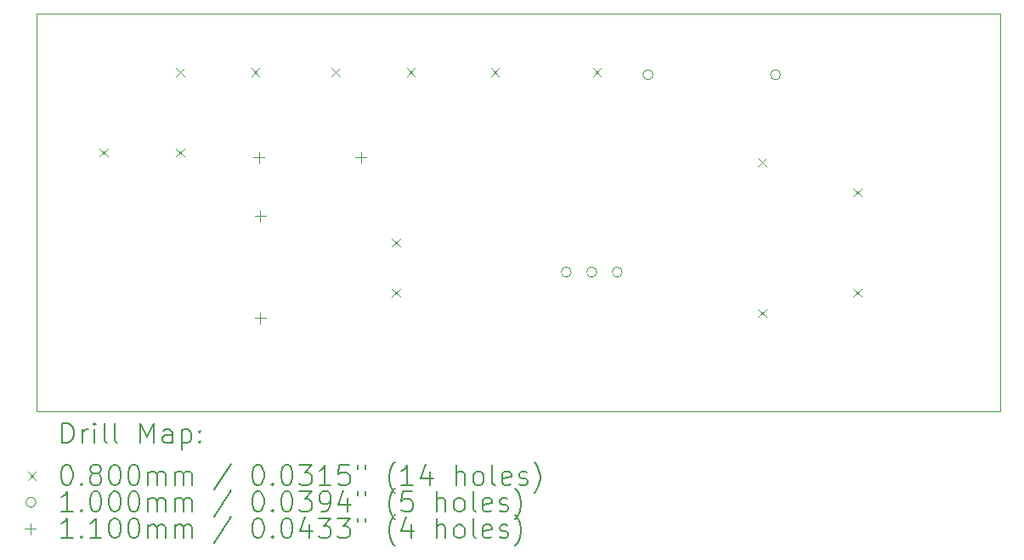
<source format=gbr>
%TF.GenerationSoftware,KiCad,Pcbnew,8.0.3*%
%TF.CreationDate,2024-10-19T22:41:11-05:00*%
%TF.ProjectId,G1 RGB Mod Board,47312052-4742-4204-9d6f-6420426f6172,rev?*%
%TF.SameCoordinates,Original*%
%TF.FileFunction,Drillmap*%
%TF.FilePolarity,Positive*%
%FSLAX45Y45*%
G04 Gerber Fmt 4.5, Leading zero omitted, Abs format (unit mm)*
G04 Created by KiCad (PCBNEW 8.0.3) date 2024-10-19 22:41:11*
%MOMM*%
%LPD*%
G01*
G04 APERTURE LIST*
%ADD10C,0.050000*%
%ADD11C,0.200000*%
%ADD12C,0.100000*%
%ADD13C,0.110000*%
G04 APERTURE END LIST*
D10*
X1371600Y-1394800D02*
X10972800Y-1393600D01*
X10972800Y-5356000D02*
X1371600Y-5356000D01*
X1371600Y-1394800D02*
X1371600Y-5356000D01*
X10972800Y-1393600D02*
X10972800Y-5356000D01*
D11*
D12*
X2002800Y-2736000D02*
X2082800Y-2816000D01*
X2082800Y-2736000D02*
X2002800Y-2816000D01*
X2764800Y-1936000D02*
X2844800Y-2016000D01*
X2844800Y-1936000D02*
X2764800Y-2016000D01*
X2764800Y-2736000D02*
X2844800Y-2816000D01*
X2844800Y-2736000D02*
X2764800Y-2816000D01*
X3514800Y-1936000D02*
X3594800Y-2016000D01*
X3594800Y-1936000D02*
X3514800Y-2016000D01*
X4314800Y-1936000D02*
X4394800Y-2016000D01*
X4394800Y-1936000D02*
X4314800Y-2016000D01*
X4914800Y-3636000D02*
X4994800Y-3716000D01*
X4994800Y-3636000D02*
X4914800Y-3716000D01*
X4914800Y-4136000D02*
X4994800Y-4216000D01*
X4994800Y-4136000D02*
X4914800Y-4216000D01*
X5064800Y-1936000D02*
X5144800Y-2016000D01*
X5144800Y-1936000D02*
X5064800Y-2016000D01*
X5903600Y-1936000D02*
X5983600Y-2016000D01*
X5983600Y-1936000D02*
X5903600Y-2016000D01*
X6919600Y-1936000D02*
X6999600Y-2016000D01*
X6999600Y-1936000D02*
X6919600Y-2016000D01*
X8564800Y-2836000D02*
X8644800Y-2916000D01*
X8644800Y-2836000D02*
X8564800Y-2916000D01*
X8564800Y-4336000D02*
X8644800Y-4416000D01*
X8644800Y-4336000D02*
X8564800Y-4416000D01*
X9514800Y-3136000D02*
X9594800Y-3216000D01*
X9594800Y-3136000D02*
X9514800Y-3216000D01*
X9514800Y-4136000D02*
X9594800Y-4216000D01*
X9594800Y-4136000D02*
X9514800Y-4216000D01*
X6702300Y-3968500D02*
G75*
G02*
X6602300Y-3968500I-50000J0D01*
G01*
X6602300Y-3968500D02*
G75*
G02*
X6702300Y-3968500I50000J0D01*
G01*
X6956300Y-3968500D02*
G75*
G02*
X6856300Y-3968500I-50000J0D01*
G01*
X6856300Y-3968500D02*
G75*
G02*
X6956300Y-3968500I50000J0D01*
G01*
X7210300Y-3968500D02*
G75*
G02*
X7110300Y-3968500I-50000J0D01*
G01*
X7110300Y-3968500D02*
G75*
G02*
X7210300Y-3968500I50000J0D01*
G01*
X7517600Y-2003200D02*
G75*
G02*
X7417600Y-2003200I-50000J0D01*
G01*
X7417600Y-2003200D02*
G75*
G02*
X7517600Y-2003200I50000J0D01*
G01*
X8787600Y-2003200D02*
G75*
G02*
X8687600Y-2003200I-50000J0D01*
G01*
X8687600Y-2003200D02*
G75*
G02*
X8787600Y-2003200I50000J0D01*
G01*
D13*
X3588800Y-2771000D02*
X3588800Y-2881000D01*
X3533800Y-2826000D02*
X3643800Y-2826000D01*
X3604800Y-3355000D02*
X3604800Y-3465000D01*
X3549800Y-3410000D02*
X3659800Y-3410000D01*
X3604800Y-4371000D02*
X3604800Y-4481000D01*
X3549800Y-4426000D02*
X3659800Y-4426000D01*
X4604800Y-2771000D02*
X4604800Y-2881000D01*
X4549800Y-2826000D02*
X4659800Y-2826000D01*
D11*
X1629877Y-5669984D02*
X1629877Y-5469984D01*
X1629877Y-5469984D02*
X1677496Y-5469984D01*
X1677496Y-5469984D02*
X1706067Y-5479508D01*
X1706067Y-5479508D02*
X1725115Y-5498555D01*
X1725115Y-5498555D02*
X1734639Y-5517603D01*
X1734639Y-5517603D02*
X1744162Y-5555698D01*
X1744162Y-5555698D02*
X1744162Y-5584270D01*
X1744162Y-5584270D02*
X1734639Y-5622365D01*
X1734639Y-5622365D02*
X1725115Y-5641412D01*
X1725115Y-5641412D02*
X1706067Y-5660460D01*
X1706067Y-5660460D02*
X1677496Y-5669984D01*
X1677496Y-5669984D02*
X1629877Y-5669984D01*
X1829877Y-5669984D02*
X1829877Y-5536650D01*
X1829877Y-5574746D02*
X1839401Y-5555698D01*
X1839401Y-5555698D02*
X1848924Y-5546174D01*
X1848924Y-5546174D02*
X1867972Y-5536650D01*
X1867972Y-5536650D02*
X1887020Y-5536650D01*
X1953686Y-5669984D02*
X1953686Y-5536650D01*
X1953686Y-5469984D02*
X1944162Y-5479508D01*
X1944162Y-5479508D02*
X1953686Y-5489031D01*
X1953686Y-5489031D02*
X1963210Y-5479508D01*
X1963210Y-5479508D02*
X1953686Y-5469984D01*
X1953686Y-5469984D02*
X1953686Y-5489031D01*
X2077496Y-5669984D02*
X2058448Y-5660460D01*
X2058448Y-5660460D02*
X2048924Y-5641412D01*
X2048924Y-5641412D02*
X2048924Y-5469984D01*
X2182258Y-5669984D02*
X2163210Y-5660460D01*
X2163210Y-5660460D02*
X2153686Y-5641412D01*
X2153686Y-5641412D02*
X2153686Y-5469984D01*
X2410829Y-5669984D02*
X2410829Y-5469984D01*
X2410829Y-5469984D02*
X2477496Y-5612841D01*
X2477496Y-5612841D02*
X2544163Y-5469984D01*
X2544163Y-5469984D02*
X2544163Y-5669984D01*
X2725115Y-5669984D02*
X2725115Y-5565222D01*
X2725115Y-5565222D02*
X2715591Y-5546174D01*
X2715591Y-5546174D02*
X2696544Y-5536650D01*
X2696544Y-5536650D02*
X2658448Y-5536650D01*
X2658448Y-5536650D02*
X2639401Y-5546174D01*
X2725115Y-5660460D02*
X2706067Y-5669984D01*
X2706067Y-5669984D02*
X2658448Y-5669984D01*
X2658448Y-5669984D02*
X2639401Y-5660460D01*
X2639401Y-5660460D02*
X2629877Y-5641412D01*
X2629877Y-5641412D02*
X2629877Y-5622365D01*
X2629877Y-5622365D02*
X2639401Y-5603317D01*
X2639401Y-5603317D02*
X2658448Y-5593793D01*
X2658448Y-5593793D02*
X2706067Y-5593793D01*
X2706067Y-5593793D02*
X2725115Y-5584270D01*
X2820353Y-5536650D02*
X2820353Y-5736650D01*
X2820353Y-5546174D02*
X2839401Y-5536650D01*
X2839401Y-5536650D02*
X2877496Y-5536650D01*
X2877496Y-5536650D02*
X2896543Y-5546174D01*
X2896543Y-5546174D02*
X2906067Y-5555698D01*
X2906067Y-5555698D02*
X2915591Y-5574746D01*
X2915591Y-5574746D02*
X2915591Y-5631888D01*
X2915591Y-5631888D02*
X2906067Y-5650936D01*
X2906067Y-5650936D02*
X2896543Y-5660460D01*
X2896543Y-5660460D02*
X2877496Y-5669984D01*
X2877496Y-5669984D02*
X2839401Y-5669984D01*
X2839401Y-5669984D02*
X2820353Y-5660460D01*
X3001305Y-5650936D02*
X3010829Y-5660460D01*
X3010829Y-5660460D02*
X3001305Y-5669984D01*
X3001305Y-5669984D02*
X2991782Y-5660460D01*
X2991782Y-5660460D02*
X3001305Y-5650936D01*
X3001305Y-5650936D02*
X3001305Y-5669984D01*
X3001305Y-5546174D02*
X3010829Y-5555698D01*
X3010829Y-5555698D02*
X3001305Y-5565222D01*
X3001305Y-5565222D02*
X2991782Y-5555698D01*
X2991782Y-5555698D02*
X3001305Y-5546174D01*
X3001305Y-5546174D02*
X3001305Y-5565222D01*
D12*
X1289100Y-5958500D02*
X1369100Y-6038500D01*
X1369100Y-5958500D02*
X1289100Y-6038500D01*
D11*
X1667972Y-5889984D02*
X1687020Y-5889984D01*
X1687020Y-5889984D02*
X1706067Y-5899508D01*
X1706067Y-5899508D02*
X1715591Y-5909031D01*
X1715591Y-5909031D02*
X1725115Y-5928079D01*
X1725115Y-5928079D02*
X1734639Y-5966174D01*
X1734639Y-5966174D02*
X1734639Y-6013793D01*
X1734639Y-6013793D02*
X1725115Y-6051888D01*
X1725115Y-6051888D02*
X1715591Y-6070936D01*
X1715591Y-6070936D02*
X1706067Y-6080460D01*
X1706067Y-6080460D02*
X1687020Y-6089984D01*
X1687020Y-6089984D02*
X1667972Y-6089984D01*
X1667972Y-6089984D02*
X1648924Y-6080460D01*
X1648924Y-6080460D02*
X1639401Y-6070936D01*
X1639401Y-6070936D02*
X1629877Y-6051888D01*
X1629877Y-6051888D02*
X1620353Y-6013793D01*
X1620353Y-6013793D02*
X1620353Y-5966174D01*
X1620353Y-5966174D02*
X1629877Y-5928079D01*
X1629877Y-5928079D02*
X1639401Y-5909031D01*
X1639401Y-5909031D02*
X1648924Y-5899508D01*
X1648924Y-5899508D02*
X1667972Y-5889984D01*
X1820353Y-6070936D02*
X1829877Y-6080460D01*
X1829877Y-6080460D02*
X1820353Y-6089984D01*
X1820353Y-6089984D02*
X1810829Y-6080460D01*
X1810829Y-6080460D02*
X1820353Y-6070936D01*
X1820353Y-6070936D02*
X1820353Y-6089984D01*
X1944162Y-5975698D02*
X1925115Y-5966174D01*
X1925115Y-5966174D02*
X1915591Y-5956650D01*
X1915591Y-5956650D02*
X1906067Y-5937603D01*
X1906067Y-5937603D02*
X1906067Y-5928079D01*
X1906067Y-5928079D02*
X1915591Y-5909031D01*
X1915591Y-5909031D02*
X1925115Y-5899508D01*
X1925115Y-5899508D02*
X1944162Y-5889984D01*
X1944162Y-5889984D02*
X1982258Y-5889984D01*
X1982258Y-5889984D02*
X2001305Y-5899508D01*
X2001305Y-5899508D02*
X2010829Y-5909031D01*
X2010829Y-5909031D02*
X2020353Y-5928079D01*
X2020353Y-5928079D02*
X2020353Y-5937603D01*
X2020353Y-5937603D02*
X2010829Y-5956650D01*
X2010829Y-5956650D02*
X2001305Y-5966174D01*
X2001305Y-5966174D02*
X1982258Y-5975698D01*
X1982258Y-5975698D02*
X1944162Y-5975698D01*
X1944162Y-5975698D02*
X1925115Y-5985222D01*
X1925115Y-5985222D02*
X1915591Y-5994746D01*
X1915591Y-5994746D02*
X1906067Y-6013793D01*
X1906067Y-6013793D02*
X1906067Y-6051888D01*
X1906067Y-6051888D02*
X1915591Y-6070936D01*
X1915591Y-6070936D02*
X1925115Y-6080460D01*
X1925115Y-6080460D02*
X1944162Y-6089984D01*
X1944162Y-6089984D02*
X1982258Y-6089984D01*
X1982258Y-6089984D02*
X2001305Y-6080460D01*
X2001305Y-6080460D02*
X2010829Y-6070936D01*
X2010829Y-6070936D02*
X2020353Y-6051888D01*
X2020353Y-6051888D02*
X2020353Y-6013793D01*
X2020353Y-6013793D02*
X2010829Y-5994746D01*
X2010829Y-5994746D02*
X2001305Y-5985222D01*
X2001305Y-5985222D02*
X1982258Y-5975698D01*
X2144163Y-5889984D02*
X2163210Y-5889984D01*
X2163210Y-5889984D02*
X2182258Y-5899508D01*
X2182258Y-5899508D02*
X2191782Y-5909031D01*
X2191782Y-5909031D02*
X2201305Y-5928079D01*
X2201305Y-5928079D02*
X2210829Y-5966174D01*
X2210829Y-5966174D02*
X2210829Y-6013793D01*
X2210829Y-6013793D02*
X2201305Y-6051888D01*
X2201305Y-6051888D02*
X2191782Y-6070936D01*
X2191782Y-6070936D02*
X2182258Y-6080460D01*
X2182258Y-6080460D02*
X2163210Y-6089984D01*
X2163210Y-6089984D02*
X2144163Y-6089984D01*
X2144163Y-6089984D02*
X2125115Y-6080460D01*
X2125115Y-6080460D02*
X2115591Y-6070936D01*
X2115591Y-6070936D02*
X2106067Y-6051888D01*
X2106067Y-6051888D02*
X2096543Y-6013793D01*
X2096543Y-6013793D02*
X2096543Y-5966174D01*
X2096543Y-5966174D02*
X2106067Y-5928079D01*
X2106067Y-5928079D02*
X2115591Y-5909031D01*
X2115591Y-5909031D02*
X2125115Y-5899508D01*
X2125115Y-5899508D02*
X2144163Y-5889984D01*
X2334639Y-5889984D02*
X2353686Y-5889984D01*
X2353686Y-5889984D02*
X2372734Y-5899508D01*
X2372734Y-5899508D02*
X2382258Y-5909031D01*
X2382258Y-5909031D02*
X2391782Y-5928079D01*
X2391782Y-5928079D02*
X2401305Y-5966174D01*
X2401305Y-5966174D02*
X2401305Y-6013793D01*
X2401305Y-6013793D02*
X2391782Y-6051888D01*
X2391782Y-6051888D02*
X2382258Y-6070936D01*
X2382258Y-6070936D02*
X2372734Y-6080460D01*
X2372734Y-6080460D02*
X2353686Y-6089984D01*
X2353686Y-6089984D02*
X2334639Y-6089984D01*
X2334639Y-6089984D02*
X2315591Y-6080460D01*
X2315591Y-6080460D02*
X2306067Y-6070936D01*
X2306067Y-6070936D02*
X2296544Y-6051888D01*
X2296544Y-6051888D02*
X2287020Y-6013793D01*
X2287020Y-6013793D02*
X2287020Y-5966174D01*
X2287020Y-5966174D02*
X2296544Y-5928079D01*
X2296544Y-5928079D02*
X2306067Y-5909031D01*
X2306067Y-5909031D02*
X2315591Y-5899508D01*
X2315591Y-5899508D02*
X2334639Y-5889984D01*
X2487020Y-6089984D02*
X2487020Y-5956650D01*
X2487020Y-5975698D02*
X2496544Y-5966174D01*
X2496544Y-5966174D02*
X2515591Y-5956650D01*
X2515591Y-5956650D02*
X2544163Y-5956650D01*
X2544163Y-5956650D02*
X2563210Y-5966174D01*
X2563210Y-5966174D02*
X2572734Y-5985222D01*
X2572734Y-5985222D02*
X2572734Y-6089984D01*
X2572734Y-5985222D02*
X2582258Y-5966174D01*
X2582258Y-5966174D02*
X2601305Y-5956650D01*
X2601305Y-5956650D02*
X2629877Y-5956650D01*
X2629877Y-5956650D02*
X2648925Y-5966174D01*
X2648925Y-5966174D02*
X2658448Y-5985222D01*
X2658448Y-5985222D02*
X2658448Y-6089984D01*
X2753686Y-6089984D02*
X2753686Y-5956650D01*
X2753686Y-5975698D02*
X2763210Y-5966174D01*
X2763210Y-5966174D02*
X2782258Y-5956650D01*
X2782258Y-5956650D02*
X2810829Y-5956650D01*
X2810829Y-5956650D02*
X2829877Y-5966174D01*
X2829877Y-5966174D02*
X2839401Y-5985222D01*
X2839401Y-5985222D02*
X2839401Y-6089984D01*
X2839401Y-5985222D02*
X2848924Y-5966174D01*
X2848924Y-5966174D02*
X2867972Y-5956650D01*
X2867972Y-5956650D02*
X2896543Y-5956650D01*
X2896543Y-5956650D02*
X2915591Y-5966174D01*
X2915591Y-5966174D02*
X2925115Y-5985222D01*
X2925115Y-5985222D02*
X2925115Y-6089984D01*
X3315591Y-5880460D02*
X3144163Y-6137603D01*
X3572734Y-5889984D02*
X3591782Y-5889984D01*
X3591782Y-5889984D02*
X3610829Y-5899508D01*
X3610829Y-5899508D02*
X3620353Y-5909031D01*
X3620353Y-5909031D02*
X3629877Y-5928079D01*
X3629877Y-5928079D02*
X3639401Y-5966174D01*
X3639401Y-5966174D02*
X3639401Y-6013793D01*
X3639401Y-6013793D02*
X3629877Y-6051888D01*
X3629877Y-6051888D02*
X3620353Y-6070936D01*
X3620353Y-6070936D02*
X3610829Y-6080460D01*
X3610829Y-6080460D02*
X3591782Y-6089984D01*
X3591782Y-6089984D02*
X3572734Y-6089984D01*
X3572734Y-6089984D02*
X3553686Y-6080460D01*
X3553686Y-6080460D02*
X3544163Y-6070936D01*
X3544163Y-6070936D02*
X3534639Y-6051888D01*
X3534639Y-6051888D02*
X3525115Y-6013793D01*
X3525115Y-6013793D02*
X3525115Y-5966174D01*
X3525115Y-5966174D02*
X3534639Y-5928079D01*
X3534639Y-5928079D02*
X3544163Y-5909031D01*
X3544163Y-5909031D02*
X3553686Y-5899508D01*
X3553686Y-5899508D02*
X3572734Y-5889984D01*
X3725115Y-6070936D02*
X3734639Y-6080460D01*
X3734639Y-6080460D02*
X3725115Y-6089984D01*
X3725115Y-6089984D02*
X3715591Y-6080460D01*
X3715591Y-6080460D02*
X3725115Y-6070936D01*
X3725115Y-6070936D02*
X3725115Y-6089984D01*
X3858448Y-5889984D02*
X3877496Y-5889984D01*
X3877496Y-5889984D02*
X3896544Y-5899508D01*
X3896544Y-5899508D02*
X3906067Y-5909031D01*
X3906067Y-5909031D02*
X3915591Y-5928079D01*
X3915591Y-5928079D02*
X3925115Y-5966174D01*
X3925115Y-5966174D02*
X3925115Y-6013793D01*
X3925115Y-6013793D02*
X3915591Y-6051888D01*
X3915591Y-6051888D02*
X3906067Y-6070936D01*
X3906067Y-6070936D02*
X3896544Y-6080460D01*
X3896544Y-6080460D02*
X3877496Y-6089984D01*
X3877496Y-6089984D02*
X3858448Y-6089984D01*
X3858448Y-6089984D02*
X3839401Y-6080460D01*
X3839401Y-6080460D02*
X3829877Y-6070936D01*
X3829877Y-6070936D02*
X3820353Y-6051888D01*
X3820353Y-6051888D02*
X3810829Y-6013793D01*
X3810829Y-6013793D02*
X3810829Y-5966174D01*
X3810829Y-5966174D02*
X3820353Y-5928079D01*
X3820353Y-5928079D02*
X3829877Y-5909031D01*
X3829877Y-5909031D02*
X3839401Y-5899508D01*
X3839401Y-5899508D02*
X3858448Y-5889984D01*
X3991782Y-5889984D02*
X4115591Y-5889984D01*
X4115591Y-5889984D02*
X4048925Y-5966174D01*
X4048925Y-5966174D02*
X4077496Y-5966174D01*
X4077496Y-5966174D02*
X4096544Y-5975698D01*
X4096544Y-5975698D02*
X4106067Y-5985222D01*
X4106067Y-5985222D02*
X4115591Y-6004269D01*
X4115591Y-6004269D02*
X4115591Y-6051888D01*
X4115591Y-6051888D02*
X4106067Y-6070936D01*
X4106067Y-6070936D02*
X4096544Y-6080460D01*
X4096544Y-6080460D02*
X4077496Y-6089984D01*
X4077496Y-6089984D02*
X4020353Y-6089984D01*
X4020353Y-6089984D02*
X4001306Y-6080460D01*
X4001306Y-6080460D02*
X3991782Y-6070936D01*
X4306068Y-6089984D02*
X4191782Y-6089984D01*
X4248925Y-6089984D02*
X4248925Y-5889984D01*
X4248925Y-5889984D02*
X4229877Y-5918555D01*
X4229877Y-5918555D02*
X4210829Y-5937603D01*
X4210829Y-5937603D02*
X4191782Y-5947127D01*
X4487020Y-5889984D02*
X4391782Y-5889984D01*
X4391782Y-5889984D02*
X4382258Y-5985222D01*
X4382258Y-5985222D02*
X4391782Y-5975698D01*
X4391782Y-5975698D02*
X4410829Y-5966174D01*
X4410829Y-5966174D02*
X4458449Y-5966174D01*
X4458449Y-5966174D02*
X4477496Y-5975698D01*
X4477496Y-5975698D02*
X4487020Y-5985222D01*
X4487020Y-5985222D02*
X4496544Y-6004269D01*
X4496544Y-6004269D02*
X4496544Y-6051888D01*
X4496544Y-6051888D02*
X4487020Y-6070936D01*
X4487020Y-6070936D02*
X4477496Y-6080460D01*
X4477496Y-6080460D02*
X4458449Y-6089984D01*
X4458449Y-6089984D02*
X4410829Y-6089984D01*
X4410829Y-6089984D02*
X4391782Y-6080460D01*
X4391782Y-6080460D02*
X4382258Y-6070936D01*
X4572734Y-5889984D02*
X4572734Y-5928079D01*
X4648925Y-5889984D02*
X4648925Y-5928079D01*
X4944163Y-6166174D02*
X4934639Y-6156650D01*
X4934639Y-6156650D02*
X4915591Y-6128079D01*
X4915591Y-6128079D02*
X4906068Y-6109031D01*
X4906068Y-6109031D02*
X4896544Y-6080460D01*
X4896544Y-6080460D02*
X4887020Y-6032841D01*
X4887020Y-6032841D02*
X4887020Y-5994746D01*
X4887020Y-5994746D02*
X4896544Y-5947127D01*
X4896544Y-5947127D02*
X4906068Y-5918555D01*
X4906068Y-5918555D02*
X4915591Y-5899508D01*
X4915591Y-5899508D02*
X4934639Y-5870936D01*
X4934639Y-5870936D02*
X4944163Y-5861412D01*
X5125115Y-6089984D02*
X5010830Y-6089984D01*
X5067972Y-6089984D02*
X5067972Y-5889984D01*
X5067972Y-5889984D02*
X5048925Y-5918555D01*
X5048925Y-5918555D02*
X5029877Y-5937603D01*
X5029877Y-5937603D02*
X5010830Y-5947127D01*
X5296544Y-5956650D02*
X5296544Y-6089984D01*
X5248925Y-5880460D02*
X5201306Y-6023317D01*
X5201306Y-6023317D02*
X5325115Y-6023317D01*
X5553687Y-6089984D02*
X5553687Y-5889984D01*
X5639401Y-6089984D02*
X5639401Y-5985222D01*
X5639401Y-5985222D02*
X5629877Y-5966174D01*
X5629877Y-5966174D02*
X5610830Y-5956650D01*
X5610830Y-5956650D02*
X5582258Y-5956650D01*
X5582258Y-5956650D02*
X5563211Y-5966174D01*
X5563211Y-5966174D02*
X5553687Y-5975698D01*
X5763210Y-6089984D02*
X5744163Y-6080460D01*
X5744163Y-6080460D02*
X5734639Y-6070936D01*
X5734639Y-6070936D02*
X5725115Y-6051888D01*
X5725115Y-6051888D02*
X5725115Y-5994746D01*
X5725115Y-5994746D02*
X5734639Y-5975698D01*
X5734639Y-5975698D02*
X5744163Y-5966174D01*
X5744163Y-5966174D02*
X5763210Y-5956650D01*
X5763210Y-5956650D02*
X5791782Y-5956650D01*
X5791782Y-5956650D02*
X5810830Y-5966174D01*
X5810830Y-5966174D02*
X5820353Y-5975698D01*
X5820353Y-5975698D02*
X5829877Y-5994746D01*
X5829877Y-5994746D02*
X5829877Y-6051888D01*
X5829877Y-6051888D02*
X5820353Y-6070936D01*
X5820353Y-6070936D02*
X5810830Y-6080460D01*
X5810830Y-6080460D02*
X5791782Y-6089984D01*
X5791782Y-6089984D02*
X5763210Y-6089984D01*
X5944163Y-6089984D02*
X5925115Y-6080460D01*
X5925115Y-6080460D02*
X5915591Y-6061412D01*
X5915591Y-6061412D02*
X5915591Y-5889984D01*
X6096544Y-6080460D02*
X6077496Y-6089984D01*
X6077496Y-6089984D02*
X6039401Y-6089984D01*
X6039401Y-6089984D02*
X6020353Y-6080460D01*
X6020353Y-6080460D02*
X6010830Y-6061412D01*
X6010830Y-6061412D02*
X6010830Y-5985222D01*
X6010830Y-5985222D02*
X6020353Y-5966174D01*
X6020353Y-5966174D02*
X6039401Y-5956650D01*
X6039401Y-5956650D02*
X6077496Y-5956650D01*
X6077496Y-5956650D02*
X6096544Y-5966174D01*
X6096544Y-5966174D02*
X6106068Y-5985222D01*
X6106068Y-5985222D02*
X6106068Y-6004269D01*
X6106068Y-6004269D02*
X6010830Y-6023317D01*
X6182258Y-6080460D02*
X6201306Y-6089984D01*
X6201306Y-6089984D02*
X6239401Y-6089984D01*
X6239401Y-6089984D02*
X6258449Y-6080460D01*
X6258449Y-6080460D02*
X6267972Y-6061412D01*
X6267972Y-6061412D02*
X6267972Y-6051888D01*
X6267972Y-6051888D02*
X6258449Y-6032841D01*
X6258449Y-6032841D02*
X6239401Y-6023317D01*
X6239401Y-6023317D02*
X6210830Y-6023317D01*
X6210830Y-6023317D02*
X6191782Y-6013793D01*
X6191782Y-6013793D02*
X6182258Y-5994746D01*
X6182258Y-5994746D02*
X6182258Y-5985222D01*
X6182258Y-5985222D02*
X6191782Y-5966174D01*
X6191782Y-5966174D02*
X6210830Y-5956650D01*
X6210830Y-5956650D02*
X6239401Y-5956650D01*
X6239401Y-5956650D02*
X6258449Y-5966174D01*
X6334639Y-6166174D02*
X6344163Y-6156650D01*
X6344163Y-6156650D02*
X6363211Y-6128079D01*
X6363211Y-6128079D02*
X6372734Y-6109031D01*
X6372734Y-6109031D02*
X6382258Y-6080460D01*
X6382258Y-6080460D02*
X6391782Y-6032841D01*
X6391782Y-6032841D02*
X6391782Y-5994746D01*
X6391782Y-5994746D02*
X6382258Y-5947127D01*
X6382258Y-5947127D02*
X6372734Y-5918555D01*
X6372734Y-5918555D02*
X6363211Y-5899508D01*
X6363211Y-5899508D02*
X6344163Y-5870936D01*
X6344163Y-5870936D02*
X6334639Y-5861412D01*
D12*
X1369100Y-6262500D02*
G75*
G02*
X1269100Y-6262500I-50000J0D01*
G01*
X1269100Y-6262500D02*
G75*
G02*
X1369100Y-6262500I50000J0D01*
G01*
D11*
X1734639Y-6353984D02*
X1620353Y-6353984D01*
X1677496Y-6353984D02*
X1677496Y-6153984D01*
X1677496Y-6153984D02*
X1658448Y-6182555D01*
X1658448Y-6182555D02*
X1639401Y-6201603D01*
X1639401Y-6201603D02*
X1620353Y-6211127D01*
X1820353Y-6334936D02*
X1829877Y-6344460D01*
X1829877Y-6344460D02*
X1820353Y-6353984D01*
X1820353Y-6353984D02*
X1810829Y-6344460D01*
X1810829Y-6344460D02*
X1820353Y-6334936D01*
X1820353Y-6334936D02*
X1820353Y-6353984D01*
X1953686Y-6153984D02*
X1972734Y-6153984D01*
X1972734Y-6153984D02*
X1991782Y-6163508D01*
X1991782Y-6163508D02*
X2001305Y-6173031D01*
X2001305Y-6173031D02*
X2010829Y-6192079D01*
X2010829Y-6192079D02*
X2020353Y-6230174D01*
X2020353Y-6230174D02*
X2020353Y-6277793D01*
X2020353Y-6277793D02*
X2010829Y-6315888D01*
X2010829Y-6315888D02*
X2001305Y-6334936D01*
X2001305Y-6334936D02*
X1991782Y-6344460D01*
X1991782Y-6344460D02*
X1972734Y-6353984D01*
X1972734Y-6353984D02*
X1953686Y-6353984D01*
X1953686Y-6353984D02*
X1934639Y-6344460D01*
X1934639Y-6344460D02*
X1925115Y-6334936D01*
X1925115Y-6334936D02*
X1915591Y-6315888D01*
X1915591Y-6315888D02*
X1906067Y-6277793D01*
X1906067Y-6277793D02*
X1906067Y-6230174D01*
X1906067Y-6230174D02*
X1915591Y-6192079D01*
X1915591Y-6192079D02*
X1925115Y-6173031D01*
X1925115Y-6173031D02*
X1934639Y-6163508D01*
X1934639Y-6163508D02*
X1953686Y-6153984D01*
X2144163Y-6153984D02*
X2163210Y-6153984D01*
X2163210Y-6153984D02*
X2182258Y-6163508D01*
X2182258Y-6163508D02*
X2191782Y-6173031D01*
X2191782Y-6173031D02*
X2201305Y-6192079D01*
X2201305Y-6192079D02*
X2210829Y-6230174D01*
X2210829Y-6230174D02*
X2210829Y-6277793D01*
X2210829Y-6277793D02*
X2201305Y-6315888D01*
X2201305Y-6315888D02*
X2191782Y-6334936D01*
X2191782Y-6334936D02*
X2182258Y-6344460D01*
X2182258Y-6344460D02*
X2163210Y-6353984D01*
X2163210Y-6353984D02*
X2144163Y-6353984D01*
X2144163Y-6353984D02*
X2125115Y-6344460D01*
X2125115Y-6344460D02*
X2115591Y-6334936D01*
X2115591Y-6334936D02*
X2106067Y-6315888D01*
X2106067Y-6315888D02*
X2096543Y-6277793D01*
X2096543Y-6277793D02*
X2096543Y-6230174D01*
X2096543Y-6230174D02*
X2106067Y-6192079D01*
X2106067Y-6192079D02*
X2115591Y-6173031D01*
X2115591Y-6173031D02*
X2125115Y-6163508D01*
X2125115Y-6163508D02*
X2144163Y-6153984D01*
X2334639Y-6153984D02*
X2353686Y-6153984D01*
X2353686Y-6153984D02*
X2372734Y-6163508D01*
X2372734Y-6163508D02*
X2382258Y-6173031D01*
X2382258Y-6173031D02*
X2391782Y-6192079D01*
X2391782Y-6192079D02*
X2401305Y-6230174D01*
X2401305Y-6230174D02*
X2401305Y-6277793D01*
X2401305Y-6277793D02*
X2391782Y-6315888D01*
X2391782Y-6315888D02*
X2382258Y-6334936D01*
X2382258Y-6334936D02*
X2372734Y-6344460D01*
X2372734Y-6344460D02*
X2353686Y-6353984D01*
X2353686Y-6353984D02*
X2334639Y-6353984D01*
X2334639Y-6353984D02*
X2315591Y-6344460D01*
X2315591Y-6344460D02*
X2306067Y-6334936D01*
X2306067Y-6334936D02*
X2296544Y-6315888D01*
X2296544Y-6315888D02*
X2287020Y-6277793D01*
X2287020Y-6277793D02*
X2287020Y-6230174D01*
X2287020Y-6230174D02*
X2296544Y-6192079D01*
X2296544Y-6192079D02*
X2306067Y-6173031D01*
X2306067Y-6173031D02*
X2315591Y-6163508D01*
X2315591Y-6163508D02*
X2334639Y-6153984D01*
X2487020Y-6353984D02*
X2487020Y-6220650D01*
X2487020Y-6239698D02*
X2496544Y-6230174D01*
X2496544Y-6230174D02*
X2515591Y-6220650D01*
X2515591Y-6220650D02*
X2544163Y-6220650D01*
X2544163Y-6220650D02*
X2563210Y-6230174D01*
X2563210Y-6230174D02*
X2572734Y-6249222D01*
X2572734Y-6249222D02*
X2572734Y-6353984D01*
X2572734Y-6249222D02*
X2582258Y-6230174D01*
X2582258Y-6230174D02*
X2601305Y-6220650D01*
X2601305Y-6220650D02*
X2629877Y-6220650D01*
X2629877Y-6220650D02*
X2648925Y-6230174D01*
X2648925Y-6230174D02*
X2658448Y-6249222D01*
X2658448Y-6249222D02*
X2658448Y-6353984D01*
X2753686Y-6353984D02*
X2753686Y-6220650D01*
X2753686Y-6239698D02*
X2763210Y-6230174D01*
X2763210Y-6230174D02*
X2782258Y-6220650D01*
X2782258Y-6220650D02*
X2810829Y-6220650D01*
X2810829Y-6220650D02*
X2829877Y-6230174D01*
X2829877Y-6230174D02*
X2839401Y-6249222D01*
X2839401Y-6249222D02*
X2839401Y-6353984D01*
X2839401Y-6249222D02*
X2848924Y-6230174D01*
X2848924Y-6230174D02*
X2867972Y-6220650D01*
X2867972Y-6220650D02*
X2896543Y-6220650D01*
X2896543Y-6220650D02*
X2915591Y-6230174D01*
X2915591Y-6230174D02*
X2925115Y-6249222D01*
X2925115Y-6249222D02*
X2925115Y-6353984D01*
X3315591Y-6144460D02*
X3144163Y-6401603D01*
X3572734Y-6153984D02*
X3591782Y-6153984D01*
X3591782Y-6153984D02*
X3610829Y-6163508D01*
X3610829Y-6163508D02*
X3620353Y-6173031D01*
X3620353Y-6173031D02*
X3629877Y-6192079D01*
X3629877Y-6192079D02*
X3639401Y-6230174D01*
X3639401Y-6230174D02*
X3639401Y-6277793D01*
X3639401Y-6277793D02*
X3629877Y-6315888D01*
X3629877Y-6315888D02*
X3620353Y-6334936D01*
X3620353Y-6334936D02*
X3610829Y-6344460D01*
X3610829Y-6344460D02*
X3591782Y-6353984D01*
X3591782Y-6353984D02*
X3572734Y-6353984D01*
X3572734Y-6353984D02*
X3553686Y-6344460D01*
X3553686Y-6344460D02*
X3544163Y-6334936D01*
X3544163Y-6334936D02*
X3534639Y-6315888D01*
X3534639Y-6315888D02*
X3525115Y-6277793D01*
X3525115Y-6277793D02*
X3525115Y-6230174D01*
X3525115Y-6230174D02*
X3534639Y-6192079D01*
X3534639Y-6192079D02*
X3544163Y-6173031D01*
X3544163Y-6173031D02*
X3553686Y-6163508D01*
X3553686Y-6163508D02*
X3572734Y-6153984D01*
X3725115Y-6334936D02*
X3734639Y-6344460D01*
X3734639Y-6344460D02*
X3725115Y-6353984D01*
X3725115Y-6353984D02*
X3715591Y-6344460D01*
X3715591Y-6344460D02*
X3725115Y-6334936D01*
X3725115Y-6334936D02*
X3725115Y-6353984D01*
X3858448Y-6153984D02*
X3877496Y-6153984D01*
X3877496Y-6153984D02*
X3896544Y-6163508D01*
X3896544Y-6163508D02*
X3906067Y-6173031D01*
X3906067Y-6173031D02*
X3915591Y-6192079D01*
X3915591Y-6192079D02*
X3925115Y-6230174D01*
X3925115Y-6230174D02*
X3925115Y-6277793D01*
X3925115Y-6277793D02*
X3915591Y-6315888D01*
X3915591Y-6315888D02*
X3906067Y-6334936D01*
X3906067Y-6334936D02*
X3896544Y-6344460D01*
X3896544Y-6344460D02*
X3877496Y-6353984D01*
X3877496Y-6353984D02*
X3858448Y-6353984D01*
X3858448Y-6353984D02*
X3839401Y-6344460D01*
X3839401Y-6344460D02*
X3829877Y-6334936D01*
X3829877Y-6334936D02*
X3820353Y-6315888D01*
X3820353Y-6315888D02*
X3810829Y-6277793D01*
X3810829Y-6277793D02*
X3810829Y-6230174D01*
X3810829Y-6230174D02*
X3820353Y-6192079D01*
X3820353Y-6192079D02*
X3829877Y-6173031D01*
X3829877Y-6173031D02*
X3839401Y-6163508D01*
X3839401Y-6163508D02*
X3858448Y-6153984D01*
X3991782Y-6153984D02*
X4115591Y-6153984D01*
X4115591Y-6153984D02*
X4048925Y-6230174D01*
X4048925Y-6230174D02*
X4077496Y-6230174D01*
X4077496Y-6230174D02*
X4096544Y-6239698D01*
X4096544Y-6239698D02*
X4106067Y-6249222D01*
X4106067Y-6249222D02*
X4115591Y-6268269D01*
X4115591Y-6268269D02*
X4115591Y-6315888D01*
X4115591Y-6315888D02*
X4106067Y-6334936D01*
X4106067Y-6334936D02*
X4096544Y-6344460D01*
X4096544Y-6344460D02*
X4077496Y-6353984D01*
X4077496Y-6353984D02*
X4020353Y-6353984D01*
X4020353Y-6353984D02*
X4001306Y-6344460D01*
X4001306Y-6344460D02*
X3991782Y-6334936D01*
X4210829Y-6353984D02*
X4248925Y-6353984D01*
X4248925Y-6353984D02*
X4267972Y-6344460D01*
X4267972Y-6344460D02*
X4277496Y-6334936D01*
X4277496Y-6334936D02*
X4296544Y-6306365D01*
X4296544Y-6306365D02*
X4306068Y-6268269D01*
X4306068Y-6268269D02*
X4306068Y-6192079D01*
X4306068Y-6192079D02*
X4296544Y-6173031D01*
X4296544Y-6173031D02*
X4287020Y-6163508D01*
X4287020Y-6163508D02*
X4267972Y-6153984D01*
X4267972Y-6153984D02*
X4229877Y-6153984D01*
X4229877Y-6153984D02*
X4210829Y-6163508D01*
X4210829Y-6163508D02*
X4201306Y-6173031D01*
X4201306Y-6173031D02*
X4191782Y-6192079D01*
X4191782Y-6192079D02*
X4191782Y-6239698D01*
X4191782Y-6239698D02*
X4201306Y-6258746D01*
X4201306Y-6258746D02*
X4210829Y-6268269D01*
X4210829Y-6268269D02*
X4229877Y-6277793D01*
X4229877Y-6277793D02*
X4267972Y-6277793D01*
X4267972Y-6277793D02*
X4287020Y-6268269D01*
X4287020Y-6268269D02*
X4296544Y-6258746D01*
X4296544Y-6258746D02*
X4306068Y-6239698D01*
X4477496Y-6220650D02*
X4477496Y-6353984D01*
X4429877Y-6144460D02*
X4382258Y-6287317D01*
X4382258Y-6287317D02*
X4506068Y-6287317D01*
X4572734Y-6153984D02*
X4572734Y-6192079D01*
X4648925Y-6153984D02*
X4648925Y-6192079D01*
X4944163Y-6430174D02*
X4934639Y-6420650D01*
X4934639Y-6420650D02*
X4915591Y-6392079D01*
X4915591Y-6392079D02*
X4906068Y-6373031D01*
X4906068Y-6373031D02*
X4896544Y-6344460D01*
X4896544Y-6344460D02*
X4887020Y-6296841D01*
X4887020Y-6296841D02*
X4887020Y-6258746D01*
X4887020Y-6258746D02*
X4896544Y-6211127D01*
X4896544Y-6211127D02*
X4906068Y-6182555D01*
X4906068Y-6182555D02*
X4915591Y-6163508D01*
X4915591Y-6163508D02*
X4934639Y-6134936D01*
X4934639Y-6134936D02*
X4944163Y-6125412D01*
X5115591Y-6153984D02*
X5020353Y-6153984D01*
X5020353Y-6153984D02*
X5010830Y-6249222D01*
X5010830Y-6249222D02*
X5020353Y-6239698D01*
X5020353Y-6239698D02*
X5039401Y-6230174D01*
X5039401Y-6230174D02*
X5087020Y-6230174D01*
X5087020Y-6230174D02*
X5106068Y-6239698D01*
X5106068Y-6239698D02*
X5115591Y-6249222D01*
X5115591Y-6249222D02*
X5125115Y-6268269D01*
X5125115Y-6268269D02*
X5125115Y-6315888D01*
X5125115Y-6315888D02*
X5115591Y-6334936D01*
X5115591Y-6334936D02*
X5106068Y-6344460D01*
X5106068Y-6344460D02*
X5087020Y-6353984D01*
X5087020Y-6353984D02*
X5039401Y-6353984D01*
X5039401Y-6353984D02*
X5020353Y-6344460D01*
X5020353Y-6344460D02*
X5010830Y-6334936D01*
X5363211Y-6353984D02*
X5363211Y-6153984D01*
X5448925Y-6353984D02*
X5448925Y-6249222D01*
X5448925Y-6249222D02*
X5439401Y-6230174D01*
X5439401Y-6230174D02*
X5420353Y-6220650D01*
X5420353Y-6220650D02*
X5391782Y-6220650D01*
X5391782Y-6220650D02*
X5372734Y-6230174D01*
X5372734Y-6230174D02*
X5363211Y-6239698D01*
X5572734Y-6353984D02*
X5553687Y-6344460D01*
X5553687Y-6344460D02*
X5544163Y-6334936D01*
X5544163Y-6334936D02*
X5534639Y-6315888D01*
X5534639Y-6315888D02*
X5534639Y-6258746D01*
X5534639Y-6258746D02*
X5544163Y-6239698D01*
X5544163Y-6239698D02*
X5553687Y-6230174D01*
X5553687Y-6230174D02*
X5572734Y-6220650D01*
X5572734Y-6220650D02*
X5601306Y-6220650D01*
X5601306Y-6220650D02*
X5620353Y-6230174D01*
X5620353Y-6230174D02*
X5629877Y-6239698D01*
X5629877Y-6239698D02*
X5639401Y-6258746D01*
X5639401Y-6258746D02*
X5639401Y-6315888D01*
X5639401Y-6315888D02*
X5629877Y-6334936D01*
X5629877Y-6334936D02*
X5620353Y-6344460D01*
X5620353Y-6344460D02*
X5601306Y-6353984D01*
X5601306Y-6353984D02*
X5572734Y-6353984D01*
X5753687Y-6353984D02*
X5734639Y-6344460D01*
X5734639Y-6344460D02*
X5725115Y-6325412D01*
X5725115Y-6325412D02*
X5725115Y-6153984D01*
X5906068Y-6344460D02*
X5887020Y-6353984D01*
X5887020Y-6353984D02*
X5848925Y-6353984D01*
X5848925Y-6353984D02*
X5829877Y-6344460D01*
X5829877Y-6344460D02*
X5820353Y-6325412D01*
X5820353Y-6325412D02*
X5820353Y-6249222D01*
X5820353Y-6249222D02*
X5829877Y-6230174D01*
X5829877Y-6230174D02*
X5848925Y-6220650D01*
X5848925Y-6220650D02*
X5887020Y-6220650D01*
X5887020Y-6220650D02*
X5906068Y-6230174D01*
X5906068Y-6230174D02*
X5915591Y-6249222D01*
X5915591Y-6249222D02*
X5915591Y-6268269D01*
X5915591Y-6268269D02*
X5820353Y-6287317D01*
X5991782Y-6344460D02*
X6010830Y-6353984D01*
X6010830Y-6353984D02*
X6048925Y-6353984D01*
X6048925Y-6353984D02*
X6067972Y-6344460D01*
X6067972Y-6344460D02*
X6077496Y-6325412D01*
X6077496Y-6325412D02*
X6077496Y-6315888D01*
X6077496Y-6315888D02*
X6067972Y-6296841D01*
X6067972Y-6296841D02*
X6048925Y-6287317D01*
X6048925Y-6287317D02*
X6020353Y-6287317D01*
X6020353Y-6287317D02*
X6001306Y-6277793D01*
X6001306Y-6277793D02*
X5991782Y-6258746D01*
X5991782Y-6258746D02*
X5991782Y-6249222D01*
X5991782Y-6249222D02*
X6001306Y-6230174D01*
X6001306Y-6230174D02*
X6020353Y-6220650D01*
X6020353Y-6220650D02*
X6048925Y-6220650D01*
X6048925Y-6220650D02*
X6067972Y-6230174D01*
X6144163Y-6430174D02*
X6153687Y-6420650D01*
X6153687Y-6420650D02*
X6172734Y-6392079D01*
X6172734Y-6392079D02*
X6182258Y-6373031D01*
X6182258Y-6373031D02*
X6191782Y-6344460D01*
X6191782Y-6344460D02*
X6201306Y-6296841D01*
X6201306Y-6296841D02*
X6201306Y-6258746D01*
X6201306Y-6258746D02*
X6191782Y-6211127D01*
X6191782Y-6211127D02*
X6182258Y-6182555D01*
X6182258Y-6182555D02*
X6172734Y-6163508D01*
X6172734Y-6163508D02*
X6153687Y-6134936D01*
X6153687Y-6134936D02*
X6144163Y-6125412D01*
D13*
X1314100Y-6471500D02*
X1314100Y-6581500D01*
X1259100Y-6526500D02*
X1369100Y-6526500D01*
D11*
X1734639Y-6617984D02*
X1620353Y-6617984D01*
X1677496Y-6617984D02*
X1677496Y-6417984D01*
X1677496Y-6417984D02*
X1658448Y-6446555D01*
X1658448Y-6446555D02*
X1639401Y-6465603D01*
X1639401Y-6465603D02*
X1620353Y-6475127D01*
X1820353Y-6598936D02*
X1829877Y-6608460D01*
X1829877Y-6608460D02*
X1820353Y-6617984D01*
X1820353Y-6617984D02*
X1810829Y-6608460D01*
X1810829Y-6608460D02*
X1820353Y-6598936D01*
X1820353Y-6598936D02*
X1820353Y-6617984D01*
X2020353Y-6617984D02*
X1906067Y-6617984D01*
X1963210Y-6617984D02*
X1963210Y-6417984D01*
X1963210Y-6417984D02*
X1944162Y-6446555D01*
X1944162Y-6446555D02*
X1925115Y-6465603D01*
X1925115Y-6465603D02*
X1906067Y-6475127D01*
X2144163Y-6417984D02*
X2163210Y-6417984D01*
X2163210Y-6417984D02*
X2182258Y-6427508D01*
X2182258Y-6427508D02*
X2191782Y-6437031D01*
X2191782Y-6437031D02*
X2201305Y-6456079D01*
X2201305Y-6456079D02*
X2210829Y-6494174D01*
X2210829Y-6494174D02*
X2210829Y-6541793D01*
X2210829Y-6541793D02*
X2201305Y-6579888D01*
X2201305Y-6579888D02*
X2191782Y-6598936D01*
X2191782Y-6598936D02*
X2182258Y-6608460D01*
X2182258Y-6608460D02*
X2163210Y-6617984D01*
X2163210Y-6617984D02*
X2144163Y-6617984D01*
X2144163Y-6617984D02*
X2125115Y-6608460D01*
X2125115Y-6608460D02*
X2115591Y-6598936D01*
X2115591Y-6598936D02*
X2106067Y-6579888D01*
X2106067Y-6579888D02*
X2096543Y-6541793D01*
X2096543Y-6541793D02*
X2096543Y-6494174D01*
X2096543Y-6494174D02*
X2106067Y-6456079D01*
X2106067Y-6456079D02*
X2115591Y-6437031D01*
X2115591Y-6437031D02*
X2125115Y-6427508D01*
X2125115Y-6427508D02*
X2144163Y-6417984D01*
X2334639Y-6417984D02*
X2353686Y-6417984D01*
X2353686Y-6417984D02*
X2372734Y-6427508D01*
X2372734Y-6427508D02*
X2382258Y-6437031D01*
X2382258Y-6437031D02*
X2391782Y-6456079D01*
X2391782Y-6456079D02*
X2401305Y-6494174D01*
X2401305Y-6494174D02*
X2401305Y-6541793D01*
X2401305Y-6541793D02*
X2391782Y-6579888D01*
X2391782Y-6579888D02*
X2382258Y-6598936D01*
X2382258Y-6598936D02*
X2372734Y-6608460D01*
X2372734Y-6608460D02*
X2353686Y-6617984D01*
X2353686Y-6617984D02*
X2334639Y-6617984D01*
X2334639Y-6617984D02*
X2315591Y-6608460D01*
X2315591Y-6608460D02*
X2306067Y-6598936D01*
X2306067Y-6598936D02*
X2296544Y-6579888D01*
X2296544Y-6579888D02*
X2287020Y-6541793D01*
X2287020Y-6541793D02*
X2287020Y-6494174D01*
X2287020Y-6494174D02*
X2296544Y-6456079D01*
X2296544Y-6456079D02*
X2306067Y-6437031D01*
X2306067Y-6437031D02*
X2315591Y-6427508D01*
X2315591Y-6427508D02*
X2334639Y-6417984D01*
X2487020Y-6617984D02*
X2487020Y-6484650D01*
X2487020Y-6503698D02*
X2496544Y-6494174D01*
X2496544Y-6494174D02*
X2515591Y-6484650D01*
X2515591Y-6484650D02*
X2544163Y-6484650D01*
X2544163Y-6484650D02*
X2563210Y-6494174D01*
X2563210Y-6494174D02*
X2572734Y-6513222D01*
X2572734Y-6513222D02*
X2572734Y-6617984D01*
X2572734Y-6513222D02*
X2582258Y-6494174D01*
X2582258Y-6494174D02*
X2601305Y-6484650D01*
X2601305Y-6484650D02*
X2629877Y-6484650D01*
X2629877Y-6484650D02*
X2648925Y-6494174D01*
X2648925Y-6494174D02*
X2658448Y-6513222D01*
X2658448Y-6513222D02*
X2658448Y-6617984D01*
X2753686Y-6617984D02*
X2753686Y-6484650D01*
X2753686Y-6503698D02*
X2763210Y-6494174D01*
X2763210Y-6494174D02*
X2782258Y-6484650D01*
X2782258Y-6484650D02*
X2810829Y-6484650D01*
X2810829Y-6484650D02*
X2829877Y-6494174D01*
X2829877Y-6494174D02*
X2839401Y-6513222D01*
X2839401Y-6513222D02*
X2839401Y-6617984D01*
X2839401Y-6513222D02*
X2848924Y-6494174D01*
X2848924Y-6494174D02*
X2867972Y-6484650D01*
X2867972Y-6484650D02*
X2896543Y-6484650D01*
X2896543Y-6484650D02*
X2915591Y-6494174D01*
X2915591Y-6494174D02*
X2925115Y-6513222D01*
X2925115Y-6513222D02*
X2925115Y-6617984D01*
X3315591Y-6408460D02*
X3144163Y-6665603D01*
X3572734Y-6417984D02*
X3591782Y-6417984D01*
X3591782Y-6417984D02*
X3610829Y-6427508D01*
X3610829Y-6427508D02*
X3620353Y-6437031D01*
X3620353Y-6437031D02*
X3629877Y-6456079D01*
X3629877Y-6456079D02*
X3639401Y-6494174D01*
X3639401Y-6494174D02*
X3639401Y-6541793D01*
X3639401Y-6541793D02*
X3629877Y-6579888D01*
X3629877Y-6579888D02*
X3620353Y-6598936D01*
X3620353Y-6598936D02*
X3610829Y-6608460D01*
X3610829Y-6608460D02*
X3591782Y-6617984D01*
X3591782Y-6617984D02*
X3572734Y-6617984D01*
X3572734Y-6617984D02*
X3553686Y-6608460D01*
X3553686Y-6608460D02*
X3544163Y-6598936D01*
X3544163Y-6598936D02*
X3534639Y-6579888D01*
X3534639Y-6579888D02*
X3525115Y-6541793D01*
X3525115Y-6541793D02*
X3525115Y-6494174D01*
X3525115Y-6494174D02*
X3534639Y-6456079D01*
X3534639Y-6456079D02*
X3544163Y-6437031D01*
X3544163Y-6437031D02*
X3553686Y-6427508D01*
X3553686Y-6427508D02*
X3572734Y-6417984D01*
X3725115Y-6598936D02*
X3734639Y-6608460D01*
X3734639Y-6608460D02*
X3725115Y-6617984D01*
X3725115Y-6617984D02*
X3715591Y-6608460D01*
X3715591Y-6608460D02*
X3725115Y-6598936D01*
X3725115Y-6598936D02*
X3725115Y-6617984D01*
X3858448Y-6417984D02*
X3877496Y-6417984D01*
X3877496Y-6417984D02*
X3896544Y-6427508D01*
X3896544Y-6427508D02*
X3906067Y-6437031D01*
X3906067Y-6437031D02*
X3915591Y-6456079D01*
X3915591Y-6456079D02*
X3925115Y-6494174D01*
X3925115Y-6494174D02*
X3925115Y-6541793D01*
X3925115Y-6541793D02*
X3915591Y-6579888D01*
X3915591Y-6579888D02*
X3906067Y-6598936D01*
X3906067Y-6598936D02*
X3896544Y-6608460D01*
X3896544Y-6608460D02*
X3877496Y-6617984D01*
X3877496Y-6617984D02*
X3858448Y-6617984D01*
X3858448Y-6617984D02*
X3839401Y-6608460D01*
X3839401Y-6608460D02*
X3829877Y-6598936D01*
X3829877Y-6598936D02*
X3820353Y-6579888D01*
X3820353Y-6579888D02*
X3810829Y-6541793D01*
X3810829Y-6541793D02*
X3810829Y-6494174D01*
X3810829Y-6494174D02*
X3820353Y-6456079D01*
X3820353Y-6456079D02*
X3829877Y-6437031D01*
X3829877Y-6437031D02*
X3839401Y-6427508D01*
X3839401Y-6427508D02*
X3858448Y-6417984D01*
X4096544Y-6484650D02*
X4096544Y-6617984D01*
X4048925Y-6408460D02*
X4001306Y-6551317D01*
X4001306Y-6551317D02*
X4125115Y-6551317D01*
X4182258Y-6417984D02*
X4306068Y-6417984D01*
X4306068Y-6417984D02*
X4239401Y-6494174D01*
X4239401Y-6494174D02*
X4267972Y-6494174D01*
X4267972Y-6494174D02*
X4287020Y-6503698D01*
X4287020Y-6503698D02*
X4296544Y-6513222D01*
X4296544Y-6513222D02*
X4306068Y-6532269D01*
X4306068Y-6532269D02*
X4306068Y-6579888D01*
X4306068Y-6579888D02*
X4296544Y-6598936D01*
X4296544Y-6598936D02*
X4287020Y-6608460D01*
X4287020Y-6608460D02*
X4267972Y-6617984D01*
X4267972Y-6617984D02*
X4210829Y-6617984D01*
X4210829Y-6617984D02*
X4191782Y-6608460D01*
X4191782Y-6608460D02*
X4182258Y-6598936D01*
X4372734Y-6417984D02*
X4496544Y-6417984D01*
X4496544Y-6417984D02*
X4429877Y-6494174D01*
X4429877Y-6494174D02*
X4458449Y-6494174D01*
X4458449Y-6494174D02*
X4477496Y-6503698D01*
X4477496Y-6503698D02*
X4487020Y-6513222D01*
X4487020Y-6513222D02*
X4496544Y-6532269D01*
X4496544Y-6532269D02*
X4496544Y-6579888D01*
X4496544Y-6579888D02*
X4487020Y-6598936D01*
X4487020Y-6598936D02*
X4477496Y-6608460D01*
X4477496Y-6608460D02*
X4458449Y-6617984D01*
X4458449Y-6617984D02*
X4401306Y-6617984D01*
X4401306Y-6617984D02*
X4382258Y-6608460D01*
X4382258Y-6608460D02*
X4372734Y-6598936D01*
X4572734Y-6417984D02*
X4572734Y-6456079D01*
X4648925Y-6417984D02*
X4648925Y-6456079D01*
X4944163Y-6694174D02*
X4934639Y-6684650D01*
X4934639Y-6684650D02*
X4915591Y-6656079D01*
X4915591Y-6656079D02*
X4906068Y-6637031D01*
X4906068Y-6637031D02*
X4896544Y-6608460D01*
X4896544Y-6608460D02*
X4887020Y-6560841D01*
X4887020Y-6560841D02*
X4887020Y-6522746D01*
X4887020Y-6522746D02*
X4896544Y-6475127D01*
X4896544Y-6475127D02*
X4906068Y-6446555D01*
X4906068Y-6446555D02*
X4915591Y-6427508D01*
X4915591Y-6427508D02*
X4934639Y-6398936D01*
X4934639Y-6398936D02*
X4944163Y-6389412D01*
X5106068Y-6484650D02*
X5106068Y-6617984D01*
X5058449Y-6408460D02*
X5010830Y-6551317D01*
X5010830Y-6551317D02*
X5134639Y-6551317D01*
X5363211Y-6617984D02*
X5363211Y-6417984D01*
X5448925Y-6617984D02*
X5448925Y-6513222D01*
X5448925Y-6513222D02*
X5439401Y-6494174D01*
X5439401Y-6494174D02*
X5420353Y-6484650D01*
X5420353Y-6484650D02*
X5391782Y-6484650D01*
X5391782Y-6484650D02*
X5372734Y-6494174D01*
X5372734Y-6494174D02*
X5363211Y-6503698D01*
X5572734Y-6617984D02*
X5553687Y-6608460D01*
X5553687Y-6608460D02*
X5544163Y-6598936D01*
X5544163Y-6598936D02*
X5534639Y-6579888D01*
X5534639Y-6579888D02*
X5534639Y-6522746D01*
X5534639Y-6522746D02*
X5544163Y-6503698D01*
X5544163Y-6503698D02*
X5553687Y-6494174D01*
X5553687Y-6494174D02*
X5572734Y-6484650D01*
X5572734Y-6484650D02*
X5601306Y-6484650D01*
X5601306Y-6484650D02*
X5620353Y-6494174D01*
X5620353Y-6494174D02*
X5629877Y-6503698D01*
X5629877Y-6503698D02*
X5639401Y-6522746D01*
X5639401Y-6522746D02*
X5639401Y-6579888D01*
X5639401Y-6579888D02*
X5629877Y-6598936D01*
X5629877Y-6598936D02*
X5620353Y-6608460D01*
X5620353Y-6608460D02*
X5601306Y-6617984D01*
X5601306Y-6617984D02*
X5572734Y-6617984D01*
X5753687Y-6617984D02*
X5734639Y-6608460D01*
X5734639Y-6608460D02*
X5725115Y-6589412D01*
X5725115Y-6589412D02*
X5725115Y-6417984D01*
X5906068Y-6608460D02*
X5887020Y-6617984D01*
X5887020Y-6617984D02*
X5848925Y-6617984D01*
X5848925Y-6617984D02*
X5829877Y-6608460D01*
X5829877Y-6608460D02*
X5820353Y-6589412D01*
X5820353Y-6589412D02*
X5820353Y-6513222D01*
X5820353Y-6513222D02*
X5829877Y-6494174D01*
X5829877Y-6494174D02*
X5848925Y-6484650D01*
X5848925Y-6484650D02*
X5887020Y-6484650D01*
X5887020Y-6484650D02*
X5906068Y-6494174D01*
X5906068Y-6494174D02*
X5915591Y-6513222D01*
X5915591Y-6513222D02*
X5915591Y-6532269D01*
X5915591Y-6532269D02*
X5820353Y-6551317D01*
X5991782Y-6608460D02*
X6010830Y-6617984D01*
X6010830Y-6617984D02*
X6048925Y-6617984D01*
X6048925Y-6617984D02*
X6067972Y-6608460D01*
X6067972Y-6608460D02*
X6077496Y-6589412D01*
X6077496Y-6589412D02*
X6077496Y-6579888D01*
X6077496Y-6579888D02*
X6067972Y-6560841D01*
X6067972Y-6560841D02*
X6048925Y-6551317D01*
X6048925Y-6551317D02*
X6020353Y-6551317D01*
X6020353Y-6551317D02*
X6001306Y-6541793D01*
X6001306Y-6541793D02*
X5991782Y-6522746D01*
X5991782Y-6522746D02*
X5991782Y-6513222D01*
X5991782Y-6513222D02*
X6001306Y-6494174D01*
X6001306Y-6494174D02*
X6020353Y-6484650D01*
X6020353Y-6484650D02*
X6048925Y-6484650D01*
X6048925Y-6484650D02*
X6067972Y-6494174D01*
X6144163Y-6694174D02*
X6153687Y-6684650D01*
X6153687Y-6684650D02*
X6172734Y-6656079D01*
X6172734Y-6656079D02*
X6182258Y-6637031D01*
X6182258Y-6637031D02*
X6191782Y-6608460D01*
X6191782Y-6608460D02*
X6201306Y-6560841D01*
X6201306Y-6560841D02*
X6201306Y-6522746D01*
X6201306Y-6522746D02*
X6191782Y-6475127D01*
X6191782Y-6475127D02*
X6182258Y-6446555D01*
X6182258Y-6446555D02*
X6172734Y-6427508D01*
X6172734Y-6427508D02*
X6153687Y-6398936D01*
X6153687Y-6398936D02*
X6144163Y-6389412D01*
M02*

</source>
